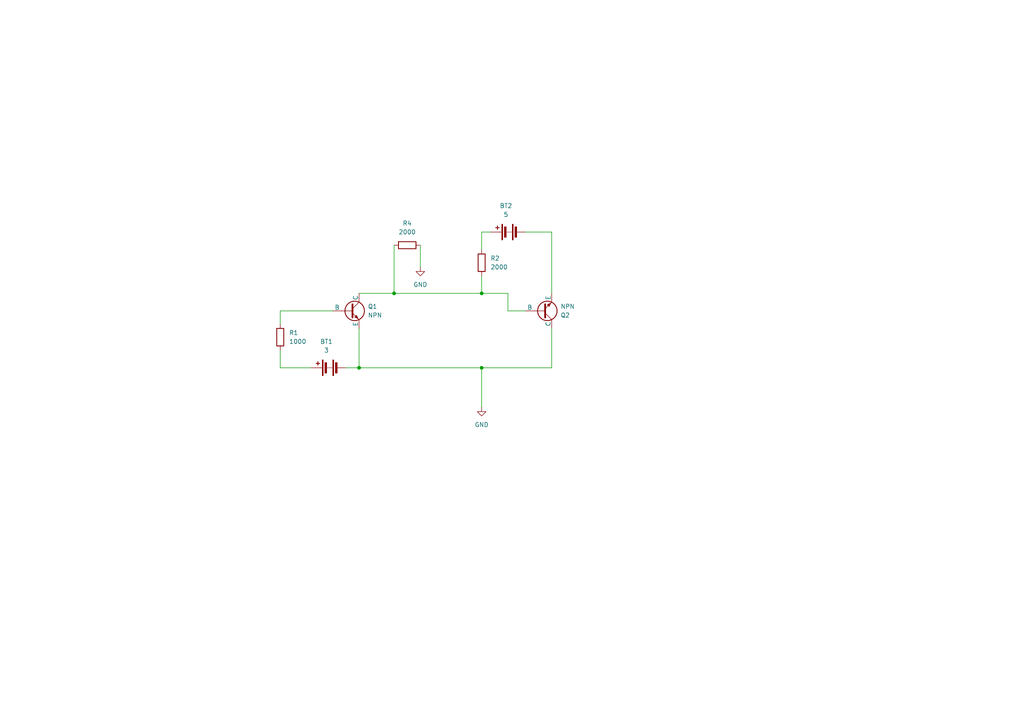
<source format=kicad_sch>
(kicad_sch (version 20230121) (generator eeschema)
  (paper "A4")
  (lib_symbols
    (symbol "Device:Battery" (pin_numbers hide) (pin_names (offset 0) hide)
      (property "Reference" "BT" (at 2.54 2.54 0))
      (property "Value" "Battery" (at 2.54 0 0))
      (symbol "Battery_0_1"
        (rectangle (start -2.286 -1.27) (end 2.286 -1.524) (fill (type outline)))
        (rectangle (start -2.286 1.778) (end 2.286 1.524) (fill (type outline)))
        (rectangle (start -1.524 -2.032) (end 1.524 -2.54) (fill (type outline)))
        (rectangle (start -1.524 1.016) (end 1.524 0.508) (fill (type outline)))
        (polyline (pts (xy 0 -1.016) (xy 0 -0.762)))
        (polyline (pts (xy 0 -0.508) (xy 0 -0.254)))
        (polyline (pts (xy 0 0) (xy 0 0.254)))
        (polyline (pts (xy 0 1.778) (xy 0 2.54)))
        (polyline (pts (xy 0.762 3.048) (xy 1.778 3.048)) (stroke (width 0.254)))
        (polyline (pts (xy 1.27 3.556) (xy 1.27 2.54)) (stroke (width 0.254)))
      )
      (symbol "Battery_1_1"
        (pin passive line (at 0 5.08 270) (length 2.54) (name "+") (number "1"))
        (pin passive line (at 0 -5.08 90) (length 2.54) (name "-") (number "2"))
      )
    )
    (symbol "Device:R" (pin_numbers hide) (pin_names (offset 0))
      (property "Reference" "R" (at 2.032 0 90))
      (property "Value" "R" (at 0 0 90))
      (symbol "R_0_1"
        (rectangle (start -1.016 -2.54) (end 1.016 2.54) (stroke (width 0.254)))
      )
      (symbol "R_1_1"
        (pin passive line (at 0 3.81 270) (length 1.27) (name "~") (number "1"))
        (pin passive line (at 0 -3.81 90) (length 1.27) (name "~") (number "2"))
      )
    )
    (symbol "Simulation_SPICE:NPN" (pin_numbers hide) (pin_names (offset 0))
      (property "Reference" "Q" (at -2.54 7.62 0))
      (property "Value" "NPN" (at -2.54 5.08 0))
      (symbol "NPN_0_1"
        (polyline (pts (xy -2.54 0) (xy 0.635 0)) (stroke (width 0.1524)))
        (polyline (pts (xy 0.635 0.635) (xy 2.54 2.54)))
        (polyline (pts (xy 2.794 -1.27) (xy 2.794 -1.27)) (stroke (width 0.1524)))
        (polyline (pts (xy 2.794 -1.27) (xy 2.794 -1.27)) (stroke (width 0.1524)))
        (polyline (pts (xy 0.635 -0.635) (xy 2.54 -2.54) (xy 2.54 -2.54)))
        (polyline (pts (xy 0.635 1.905) (xy 0.635 -1.905) (xy 0.635 -1.905)) (stroke (width 0.508)))
        (polyline (pts (xy 1.27 -1.778) (xy 1.778 -1.27) (xy 2.286 -2.286) (xy 1.27 -1.778) (xy 1.27 -1.778)) (fill (type outline)))
        (circle (center 1.27 0) (radius 2.8194) (stroke (width 0.254)))
      )
      (symbol "NPN_1_1"
        (pin open_collector line (at 2.54 5.08 270) (length 2.54) (name "C") (number "1"))
        (pin input line (at -5.08 0 0) (length 2.54) (name "B") (number "2"))
        (pin open_emitter line (at 2.54 -5.08 90) (length 2.54) (name "E") (number "3"))
      )
    )
    (symbol "power:GND" (power) (pin_names (offset 0))
      (property "Value" "GND" (at 0 -3.81 0))
      (symbol "GND_0_1"
        (polyline (pts (xy 0 0) (xy 0 -1.27) (xy 1.27 -1.27) (xy 0 -2.54) (xy -1.27 -1.27) (xy 0 -1.27)))
      )
      (symbol "GND_1_1"
        (pin power_in line (at 0 0 270) (length 0) hide (name "GND") (number "1"))
      )
    )
  )
  (junction (at 104.14 106.68))
  (junction (at 139.7 85.09))
  (junction (at 139.7 106.68))
  (junction (at 114.3 85.09))
  (wire (pts (xy 114.3 71.12) (xy 114.3 85.09)))
  (wire (pts (xy 160.02 95.25) (xy 160.02 106.68)))
  (wire (pts (xy 81.28 90.17) (xy 96.52 90.17)))
  (wire (pts (xy 81.28 106.68) (xy 81.28 101.6)))
  (wire (pts (xy 142.24 67.31) (xy 139.7 67.31)))
  (wire (pts (xy 160.02 67.31) (xy 160.02 85.09)))
  (wire (pts (xy 114.3 85.09) (xy 139.7 85.09)))
  (wire (pts (xy 81.28 93.98) (xy 81.28 90.17)))
  (wire (pts (xy 139.7 85.09) (xy 147.32 85.09)))
  (wire (pts (xy 147.32 85.09) (xy 147.32 90.17)))
  (wire (pts (xy 104.14 95.25) (xy 104.14 106.68)))
  (wire (pts (xy 139.7 67.31) (xy 139.7 72.39)))
  (wire (pts (xy 90.17 106.68) (xy 81.28 106.68)))
  (wire (pts (xy 139.7 85.09) (xy 139.7 80.01)))
  (wire (pts (xy 147.32 90.17) (xy 152.4 90.17)))
  (wire (pts (xy 152.4 67.31) (xy 160.02 67.31)))
  (wire (pts (xy 104.14 85.09) (xy 114.3 85.09)))
  (wire (pts (xy 104.14 106.68) (xy 100.33 106.68)))
  (wire (pts (xy 121.92 71.12) (xy 121.92 77.47)))
  (wire (pts (xy 160.02 106.68) (xy 139.7 106.68)))
  (wire (pts (xy 139.7 106.68) (xy 104.14 106.68)))
  (wire (pts (xy 139.7 106.68) (xy 139.7 118.11)))
  (symbol (lib_id "Simulation_SPICE:NPN") (at 157.48 90.17 0) (mirror x) (unit 1)
    (property "Reference" "Q2" (at 162.56 91.44 0) (effects (justify left)))
    (property "Value" "NPN" (at 162.56 88.9 0) (effects (justify left)))
    (property "Sim.Device" "NPN" (effects hide))
    (property "Sim.Type" "GUMMELPOON" (effects hide))
    (property "Sim.Pins" "1=C 2=B 3=E" (effects hide))
  )
  (symbol (lib_id "power:GND") (at 139.7 118.11 0) (unit 1)
    (property "Reference" "#PWR01" (effects hide))
    (property "Value" "GND" (at 139.7 123.19 0))
  )
  (symbol (lib_id "Device:R") (at 81.28 97.79 0) (unit 1)
    (property "Reference" "R1" (at 83.82 96.52 0) (effects (justify left)))
    (property "Value" "1000" (at 83.82 99.06 0) (effects (justify left)))
  )
  (symbol (lib_id "power:GND") (at 121.92 77.47 0) (unit 1)
    (property "Reference" "#PWR02" (effects hide))
    (property "Value" "GND" (at 121.92 82.55 0))
  )
  (symbol (lib_id "Simulation_SPICE:NPN") (at 101.6 90.17 0) (unit 1)
    (property "Reference" "Q1" (at 106.68 88.9 0) (effects (justify left)))
    (property "Value" "NPN" (at 106.68 91.44 0) (effects (justify left)))
    (property "Sim.Device" "NPN" (effects hide))
    (property "Sim.Type" "GUMMELPOON" (effects hide))
    (property "Sim.Pins" "1=C 2=B 3=E" (effects hide))
  )
  (symbol (lib_id "Device:Battery") (at 95.25 106.68 90) (unit 1)
    (property "Reference" "BT1" (at 94.6785 99.06 90))
    (property "Value" "3" (at 94.6785 101.6 90))
    (property "Sim.Device" "V" (effects hide))
    (property "Sim.Type" "DC" (effects hide))
    (property "Sim.Pins" "1=+ 2=-" (effects hide))
    (property "Sim.Params" "dc=3" (effects hide))
  )
  (symbol (lib_id "Device:Battery") (at 147.32 67.31 90) (unit 1)
    (property "Reference" "BT2" (at 146.7485 59.69 90))
    (property "Value" "5" (at 146.7485 62.23 90))
    (property "Sim.Device" "V" (effects hide))
    (property "Sim.Type" "DC" (effects hide))
    (property "Sim.Pins" "1=+ 2=-" (effects hide))
    (property "Sim.Params" "dc=5" (effects hide))
  )
  (symbol (lib_id "Device:R") (at 139.7 76.2 0) (unit 1)
    (property "Reference" "R2" (at 142.24 74.93 0) (effects (justify left)))
    (property "Value" "2000" (at 142.24 77.47 0) (effects (justify left)))
  )
  (symbol (lib_id "Device:R") (at 118.11 71.12 90) (unit 1)
    (property "Reference" "R4" (at 118.11 64.77 90))
    (property "Value" "2000" (at 118.11 67.31 90))
  )
)
</source>
